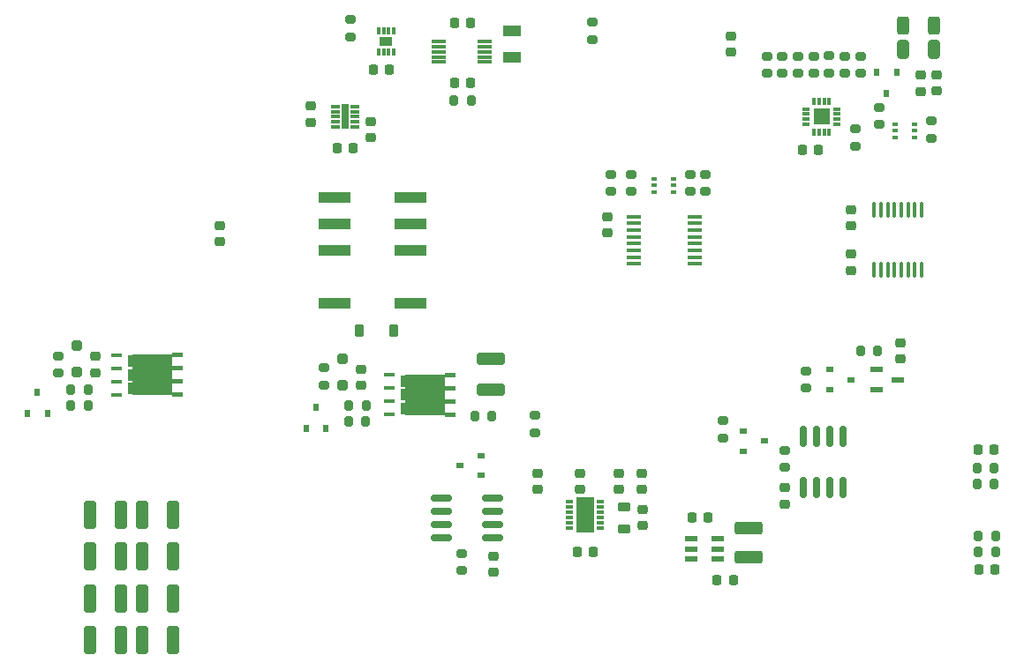
<source format=gbr>
%TF.GenerationSoftware,KiCad,Pcbnew,8.0.8*%
%TF.CreationDate,2025-02-06T17:20:13+00:00*%
%TF.ProjectId,mallow_adapt_v1.3,6d616c6c-6f77-45f6-9164-6170745f7631,rev?*%
%TF.SameCoordinates,Original*%
%TF.FileFunction,Paste,Bot*%
%TF.FilePolarity,Positive*%
%FSLAX46Y46*%
G04 Gerber Fmt 4.6, Leading zero omitted, Abs format (unit mm)*
G04 Created by KiCad (PCBNEW 8.0.8) date 2025-02-06 17:20:13*
%MOMM*%
%LPD*%
G01*
G04 APERTURE LIST*
G04 Aperture macros list*
%AMRoundRect*
0 Rectangle with rounded corners*
0 $1 Rounding radius*
0 $2 $3 $4 $5 $6 $7 $8 $9 X,Y pos of 4 corners*
0 Add a 4 corners polygon primitive as box body*
4,1,4,$2,$3,$4,$5,$6,$7,$8,$9,$2,$3,0*
0 Add four circle primitives for the rounded corners*
1,1,$1+$1,$2,$3*
1,1,$1+$1,$4,$5*
1,1,$1+$1,$6,$7*
1,1,$1+$1,$8,$9*
0 Add four rect primitives between the rounded corners*
20,1,$1+$1,$2,$3,$4,$5,0*
20,1,$1+$1,$4,$5,$6,$7,0*
20,1,$1+$1,$6,$7,$8,$9,0*
20,1,$1+$1,$8,$9,$2,$3,0*%
G04 Aperture macros list end*
%ADD10C,0.000000*%
%ADD11R,0.600000X0.420000*%
%ADD12O,0.600000X0.420000*%
%ADD13R,1.016000X0.406400*%
%ADD14R,3.821000X3.908998*%
%ADD15R,0.300000X0.800000*%
%ADD16R,0.800000X0.300000*%
%ADD17R,1.500000X1.500000*%
%ADD18R,1.250000X0.600000*%
%ADD19R,1.475000X0.450000*%
%ADD20RoundRect,0.250000X-0.325000X-1.100000X0.325000X-1.100000X0.325000X1.100000X-0.325000X1.100000X0*%
%ADD21RoundRect,0.250000X0.325000X1.100000X-0.325000X1.100000X-0.325000X-1.100000X0.325000X-1.100000X0*%
%ADD22RoundRect,0.200000X0.275000X-0.200000X0.275000X0.200000X-0.275000X0.200000X-0.275000X-0.200000X0*%
%ADD23RoundRect,0.150000X-0.150000X0.825000X-0.150000X-0.825000X0.150000X-0.825000X0.150000X0.825000X0*%
%ADD24RoundRect,0.225000X-0.250000X0.225000X-0.250000X-0.225000X0.250000X-0.225000X0.250000X0.225000X0*%
%ADD25RoundRect,0.200000X0.200000X0.275000X-0.200000X0.275000X-0.200000X-0.275000X0.200000X-0.275000X0*%
%ADD26RoundRect,0.200000X-0.200000X-0.275000X0.200000X-0.275000X0.200000X0.275000X-0.200000X0.275000X0*%
%ADD27RoundRect,0.225000X0.250000X-0.225000X0.250000X0.225000X-0.250000X0.225000X-0.250000X-0.225000X0*%
%ADD28R,0.300000X0.750000*%
%ADD29R,1.300000X0.900000*%
%ADD30RoundRect,0.200000X-0.275000X0.200000X-0.275000X-0.200000X0.275000X-0.200000X0.275000X0.200000X0*%
%ADD31R,0.600000X0.800000*%
%ADD32RoundRect,0.225000X0.225000X0.250000X-0.225000X0.250000X-0.225000X-0.250000X0.225000X-0.250000X0*%
%ADD33RoundRect,0.250000X0.325000X0.650000X-0.325000X0.650000X-0.325000X-0.650000X0.325000X-0.650000X0*%
%ADD34RoundRect,0.250000X1.100000X-0.325000X1.100000X0.325000X-1.100000X0.325000X-1.100000X-0.325000X0*%
%ADD35RoundRect,0.225000X-0.225000X-0.250000X0.225000X-0.250000X0.225000X0.250000X-0.225000X0.250000X0*%
%ADD36RoundRect,0.250000X-0.312500X-0.625000X0.312500X-0.625000X0.312500X0.625000X-0.312500X0.625000X0*%
%ADD37RoundRect,0.100000X-0.100000X0.637500X-0.100000X-0.637500X0.100000X-0.637500X0.100000X0.637500X0*%
%ADD38RoundRect,0.250000X1.075000X-0.375000X1.075000X0.375000X-1.075000X0.375000X-1.075000X-0.375000X0*%
%ADD39R,1.800000X1.000000*%
%ADD40RoundRect,0.250000X0.250000X-0.250000X0.250000X0.250000X-0.250000X0.250000X-0.250000X-0.250000X0*%
%ADD41R,1.800000X3.400000*%
%ADD42R,0.850000X0.300000*%
%ADD43R,0.690000X2.440000*%
%ADD44R,0.800000X0.600000*%
%ADD45R,3.160000X1.000000*%
%ADD46RoundRect,0.225000X-0.225000X-0.375000X0.225000X-0.375000X0.225000X0.375000X-0.225000X0.375000X0*%
%ADD47RoundRect,0.150000X-0.825000X-0.150000X0.825000X-0.150000X0.825000X0.150000X-0.825000X0.150000X0*%
%ADD48RoundRect,0.218750X0.381250X-0.218750X0.381250X0.218750X-0.381250X0.218750X-0.381250X-0.218750X0*%
%ADD49R,1.400000X0.300000*%
G04 APERTURE END LIST*
D10*
%TO.C,Q15*%
G36*
X36308777Y15981600D02*
G01*
X35230310Y15981600D01*
X35230310Y17085467D01*
X36308777Y17085467D01*
X36308777Y15981600D01*
G37*
G36*
X36308777Y17285466D02*
G01*
X35230310Y17285466D01*
X35230310Y18389334D01*
X36308777Y18389334D01*
X36308777Y17285466D01*
G37*
G36*
X36308777Y18589333D02*
G01*
X35230310Y18589333D01*
X35230310Y19693200D01*
X36308777Y19693200D01*
X36308777Y18589333D01*
G37*
G36*
X37587244Y15981600D02*
G01*
X36508776Y15981600D01*
X36508776Y17085467D01*
X37587244Y17085467D01*
X37587244Y15981600D01*
G37*
G36*
X37587244Y17285466D02*
G01*
X36508776Y17285466D01*
X36508776Y18389334D01*
X37587244Y18389334D01*
X37587244Y17285466D01*
G37*
G36*
X37587244Y18589333D02*
G01*
X36508776Y18589333D01*
X36508776Y19693200D01*
X37587244Y19693200D01*
X37587244Y18589333D01*
G37*
G36*
X38865710Y15981600D02*
G01*
X37787243Y15981600D01*
X37787243Y17085467D01*
X38865710Y17085467D01*
X38865710Y15981600D01*
G37*
G36*
X38865710Y17285466D02*
G01*
X37787243Y17285466D01*
X37787243Y18389334D01*
X38865710Y18389334D01*
X38865710Y17285466D01*
G37*
G36*
X38865710Y18589333D02*
G01*
X37787243Y18589333D01*
X37787243Y19693200D01*
X38865710Y19693200D01*
X38865710Y18589333D01*
G37*
G36*
X40477010Y19539200D02*
G01*
X39461010Y19539200D01*
X39461010Y18675600D01*
X40477010Y18675600D01*
X40477010Y18269200D01*
X39461010Y18269200D01*
X39461010Y17405600D01*
X40477010Y17405600D01*
X40477010Y16999200D01*
X39461010Y16999200D01*
X39461010Y16135600D01*
X40477010Y16135600D01*
X40477010Y15729200D01*
X39461010Y15729200D01*
X39461010Y15881600D01*
X35625610Y15881600D01*
X35625610Y19793200D01*
X39461010Y19793200D01*
X39461010Y19945600D01*
X40477010Y19945600D01*
X40477010Y19539200D01*
G37*
%TO.C,Q7*%
G36*
X10110777Y17883382D02*
G01*
X9032310Y17883382D01*
X9032310Y18987249D01*
X10110777Y18987249D01*
X10110777Y17883382D01*
G37*
G36*
X10110777Y19187248D02*
G01*
X9032310Y19187248D01*
X9032310Y20291116D01*
X10110777Y20291116D01*
X10110777Y19187248D01*
G37*
G36*
X10110777Y20491115D02*
G01*
X9032310Y20491115D01*
X9032310Y21594982D01*
X10110777Y21594982D01*
X10110777Y20491115D01*
G37*
G36*
X11389244Y17883382D02*
G01*
X10310776Y17883382D01*
X10310776Y18987249D01*
X11389244Y18987249D01*
X11389244Y17883382D01*
G37*
G36*
X11389244Y19187248D02*
G01*
X10310776Y19187248D01*
X10310776Y20291116D01*
X11389244Y20291116D01*
X11389244Y19187248D01*
G37*
G36*
X11389244Y20491115D02*
G01*
X10310776Y20491115D01*
X10310776Y21594982D01*
X11389244Y21594982D01*
X11389244Y20491115D01*
G37*
G36*
X12667710Y17883382D02*
G01*
X11589243Y17883382D01*
X11589243Y18987249D01*
X12667710Y18987249D01*
X12667710Y17883382D01*
G37*
G36*
X12667710Y19187248D02*
G01*
X11589243Y19187248D01*
X11589243Y20291116D01*
X12667710Y20291116D01*
X12667710Y19187248D01*
G37*
G36*
X12667710Y20491115D02*
G01*
X11589243Y20491115D01*
X11589243Y21594982D01*
X12667710Y21594982D01*
X12667710Y20491115D01*
G37*
G36*
X14279010Y21440982D02*
G01*
X13263010Y21440982D01*
X13263010Y20577382D01*
X14279010Y20577382D01*
X14279010Y20170982D01*
X13263010Y20170982D01*
X13263010Y19307382D01*
X14279010Y19307382D01*
X14279010Y18900982D01*
X13263010Y18900982D01*
X13263010Y18037382D01*
X14279010Y18037382D01*
X14279010Y17630982D01*
X13263010Y17630982D01*
X13263010Y17783382D01*
X9427610Y17783382D01*
X9427610Y21694982D01*
X13263010Y21694982D01*
X13263010Y21847382D01*
X14279010Y21847382D01*
X14279010Y21440982D01*
G37*
%TD*%
D11*
%TO.C,U14*%
X84500012Y43824998D03*
D12*
X84500012Y43174999D03*
X84500012Y42525000D03*
X82600010Y42525000D03*
X82600010Y43174999D03*
X82600010Y43824998D03*
%TD*%
D13*
%TO.C,Q15*%
X34127010Y15932400D03*
X34127010Y17202400D03*
X34127010Y18472400D03*
X34127010Y19742400D03*
X39969010Y19742400D03*
X39969010Y18472400D03*
X39969010Y17202400D03*
D14*
X37550510Y17838701D03*
D13*
X39969010Y15932400D03*
%TD*%
%TO.C,Q7*%
X7929010Y17834182D03*
X7929010Y19104182D03*
X7929010Y20374182D03*
X7929010Y21644182D03*
X13771010Y21644182D03*
X13771010Y20374182D03*
X13771010Y19104182D03*
D14*
X11352510Y19740483D03*
D13*
X13771010Y17834182D03*
%TD*%
D15*
%TO.C,IC5*%
X76300010Y43075000D03*
X75800010Y43075000D03*
X75300010Y43075000D03*
X74800010Y43075000D03*
D16*
X74100010Y43775000D03*
X74100010Y44275000D03*
X74100010Y44775000D03*
X74100010Y45275000D03*
D15*
X74800010Y45975000D03*
X75300010Y45975000D03*
X75800010Y45975000D03*
X76300010Y45975000D03*
D16*
X77000010Y45275000D03*
X77000010Y44775000D03*
X77000010Y44275000D03*
X77000010Y43775000D03*
D17*
X75550010Y44525000D03*
%TD*%
D18*
%TO.C,IC4*%
X63075010Y2075000D03*
X63075010Y3025000D03*
X63075010Y3975000D03*
X65575010Y3975000D03*
X65575010Y3025000D03*
X65575010Y2075000D03*
%TD*%
D19*
%TO.C,IC3*%
X63388011Y34950000D03*
X63388011Y34300000D03*
X63388011Y33650000D03*
X63388011Y33000000D03*
X63388011Y32350000D03*
X63388011Y31700000D03*
X63388011Y31050000D03*
X63388011Y30400000D03*
X57512011Y30400000D03*
X57512011Y31050000D03*
X57512011Y31700000D03*
X57512011Y32350000D03*
X57512011Y33000000D03*
X57512011Y33650000D03*
X57512011Y34300000D03*
X57512011Y34950000D03*
%TD*%
D20*
%TO.C,C41*%
X8337506Y-1725000D03*
X5387506Y-1725000D03*
%TD*%
%TO.C,C39*%
X8337506Y2275000D03*
X5387506Y2275000D03*
%TD*%
D21*
%TO.C,C36*%
X10387506Y2275000D03*
X13337506Y2275000D03*
%TD*%
D20*
%TO.C,C35*%
X8337506Y6275000D03*
X5387506Y6275000D03*
%TD*%
D21*
%TO.C,C33*%
X10387506Y-1725000D03*
X13337506Y-1725000D03*
%TD*%
%TO.C,C32*%
X13337506Y6275000D03*
X10387506Y6275000D03*
%TD*%
%TO.C,C31*%
X10387506Y-5725000D03*
X13337506Y-5725000D03*
%TD*%
D22*
%TO.C,R4*%
X76300010Y48725000D03*
X76300010Y50375000D03*
%TD*%
D20*
%TO.C,C43*%
X8337506Y-5725000D03*
X5387506Y-5725000D03*
%TD*%
D23*
%TO.C,U7*%
X73845010Y13850000D03*
X75115010Y13850000D03*
X76385010Y13850000D03*
X77655010Y13850000D03*
X77655010Y8900000D03*
X76385010Y8900000D03*
X75115010Y8900000D03*
X73845010Y8900000D03*
%TD*%
D24*
%TO.C,C24*%
X32350010Y44050000D03*
X32350010Y42500000D03*
%TD*%
D25*
%TO.C,R78*%
X80925010Y22025000D03*
X79275010Y22025000D03*
%TD*%
D26*
%TO.C,R17*%
X90450010Y10775000D03*
X92100010Y10775000D03*
%TD*%
D27*
%TO.C,C78*%
X52350010Y8750000D03*
X52350010Y10300000D03*
%TD*%
D28*
%TO.C,U11*%
X33050010Y52775000D03*
X33550010Y52775000D03*
X34050010Y52775000D03*
X34550010Y52775000D03*
X34550010Y50775000D03*
X34050010Y50775000D03*
X33550010Y50775000D03*
X33050010Y50775000D03*
D29*
X33800010Y51775000D03*
%TD*%
D30*
%TO.C,R75*%
X73300010Y50350000D03*
X73300010Y48700000D03*
%TD*%
D31*
%TO.C,Q13*%
X28000010Y14615000D03*
X26100010Y14615000D03*
X27050010Y16635000D03*
%TD*%
D22*
%TO.C,R56*%
X57262011Y37350000D03*
X57262011Y39000000D03*
%TD*%
D32*
%TO.C,C19*%
X92125010Y12525000D03*
X90575010Y12525000D03*
%TD*%
D33*
%TO.C,C51*%
X86350010Y51025000D03*
X83400010Y51025000D03*
%TD*%
D22*
%TO.C,R15*%
X55350010Y37350000D03*
X55350010Y39000000D03*
%TD*%
D34*
%TO.C,C12*%
X43850010Y18300000D03*
X43850010Y21250000D03*
%TD*%
D30*
%TO.C,R71*%
X70300010Y50350000D03*
X70300010Y48700000D03*
%TD*%
D35*
%TO.C,C3*%
X65550010Y25000D03*
X67100010Y25000D03*
%TD*%
D36*
%TO.C,R29*%
X83387510Y53275000D03*
X86312510Y53275000D03*
%TD*%
D37*
%TO.C,U17*%
X80600010Y35550000D03*
X81250010Y35550000D03*
X81900010Y35550000D03*
X82550010Y35550000D03*
X83200010Y35550000D03*
X83850010Y35550000D03*
X84500010Y35550000D03*
X85150010Y35550000D03*
X85150010Y29825000D03*
X84500010Y29825000D03*
X83850010Y29825000D03*
X83200010Y29825000D03*
X82550010Y29825000D03*
X81900010Y29825000D03*
X81250010Y29825000D03*
X80600010Y29825000D03*
%TD*%
D25*
%TO.C,R68*%
X43925010Y15775000D03*
X42275010Y15775000D03*
%TD*%
D35*
%TO.C,C64*%
X40325010Y47775000D03*
X41875010Y47775000D03*
%TD*%
D22*
%TO.C,R63*%
X74100010Y18450000D03*
X74100010Y20100000D03*
%TD*%
D18*
%TO.C,Q21*%
X80800010Y18320000D03*
X80800010Y20230000D03*
X82900010Y19275000D03*
%TD*%
D27*
%TO.C,C16*%
X17850010Y32500000D03*
X17850010Y34050000D03*
%TD*%
D38*
%TO.C,L2*%
X68600010Y2225000D03*
X68600010Y5025000D03*
%TD*%
D30*
%TO.C,R77*%
X77800010Y50350000D03*
X77800010Y48700000D03*
%TD*%
D27*
%TO.C,C73*%
X58350010Y8750000D03*
X58350010Y10300000D03*
%TD*%
D22*
%TO.C,R54*%
X62950011Y37350000D03*
X62950011Y39000000D03*
%TD*%
%TO.C,R2*%
X53600010Y51950000D03*
X53600010Y53600000D03*
%TD*%
D25*
%TO.C,R24*%
X5200010Y18295000D03*
X3550010Y18295000D03*
%TD*%
D30*
%TO.C,R48*%
X41075010Y2600000D03*
X41075010Y950000D03*
%TD*%
D22*
%TO.C,R72*%
X86100010Y42450000D03*
X86100010Y44100000D03*
%TD*%
D39*
%TO.C,Y1*%
X45850010Y50275000D03*
X45850010Y52775000D03*
%TD*%
D27*
%TO.C,C79*%
X78350010Y29775000D03*
X78350010Y31325000D03*
%TD*%
D35*
%TO.C,C18*%
X29075010Y41525000D03*
X30625010Y41525000D03*
%TD*%
D30*
%TO.C,R70*%
X79300010Y50350000D03*
X79300010Y48700000D03*
%TD*%
D32*
%TO.C,C15*%
X92210727Y1025000D03*
X90660727Y1025000D03*
%TD*%
D22*
%TO.C,R57*%
X78800010Y41700000D03*
X78800010Y43350000D03*
%TD*%
D40*
%TO.C,D6*%
X29600010Y18775000D03*
X29600010Y21275000D03*
%TD*%
D27*
%TO.C,C59*%
X31350010Y18750000D03*
X31350010Y20300000D03*
%TD*%
D16*
%TO.C,U16*%
X54375010Y7525000D03*
X54375010Y7025000D03*
X54375010Y6525000D03*
X54375010Y6025000D03*
X54375010Y5525000D03*
X54375010Y5025000D03*
X51375010Y5025000D03*
X51375010Y5525000D03*
X51375010Y6025000D03*
X51375010Y6525000D03*
X51375010Y7025000D03*
X51375010Y7525000D03*
D41*
X52875010Y6275000D03*
%TD*%
D42*
%TO.C,IC2*%
X28900010Y43525000D03*
X28900010Y44025000D03*
X28900010Y44525000D03*
X28900010Y45025000D03*
X28900010Y45525000D03*
X30800010Y45525000D03*
X30800010Y45025000D03*
X30800010Y44525000D03*
X30800010Y44025000D03*
X30800010Y43525000D03*
D43*
X29850010Y44525000D03*
%TD*%
D44*
%TO.C,Q12*%
X42870010Y11975000D03*
X42870010Y10075000D03*
X40850010Y11025000D03*
%TD*%
D32*
%TO.C,C76*%
X53650010Y2775000D03*
X52100010Y2775000D03*
%TD*%
D26*
%TO.C,R25*%
X3550010Y16795000D03*
X5200010Y16795000D03*
%TD*%
D25*
%TO.C,R51*%
X31875010Y16775000D03*
X30225010Y16775000D03*
%TD*%
D30*
%TO.C,R74*%
X71800010Y50350000D03*
X71800010Y48700000D03*
%TD*%
D27*
%TO.C,C74*%
X56100010Y8750000D03*
X56100010Y10300000D03*
%TD*%
D30*
%TO.C,R55*%
X72000010Y12500000D03*
X72000010Y10850000D03*
%TD*%
%TO.C,R50*%
X64450011Y39000000D03*
X64450011Y37350000D03*
%TD*%
D24*
%TO.C,C61*%
X72000010Y8900000D03*
X72000010Y7350000D03*
%TD*%
D11*
%TO.C,U6*%
X59500010Y37275001D03*
D12*
X59500010Y37925000D03*
X59500010Y38574999D03*
X61400012Y38574999D03*
X61400012Y37925000D03*
X61400012Y37275001D03*
%TD*%
D25*
%TO.C,R20*%
X92250010Y4275000D03*
X90600010Y4275000D03*
%TD*%
D44*
%TO.C,Q14*%
X68090947Y12430595D03*
X68090947Y14330595D03*
X70110947Y13380595D03*
%TD*%
D24*
%TO.C,C11*%
X55012011Y34950000D03*
X55012011Y33400000D03*
%TD*%
D45*
%TO.C,RL1*%
X28850010Y26595000D03*
X28850010Y31675000D03*
X28850010Y34215000D03*
X28850010Y36755000D03*
X36090010Y36755000D03*
X36090010Y34215000D03*
X36090010Y31675000D03*
X36090010Y26595000D03*
%TD*%
D25*
%TO.C,R62*%
X41931487Y46065751D03*
X40281487Y46065751D03*
%TD*%
D26*
%TO.C,R18*%
X90450010Y9275000D03*
X92100010Y9275000D03*
%TD*%
D30*
%TO.C,R76*%
X74800010Y50350000D03*
X74800010Y48700000D03*
%TD*%
D22*
%TO.C,R52*%
X27850010Y18775000D03*
X27850010Y20425000D03*
%TD*%
D46*
%TO.C,D7*%
X31200010Y24025000D03*
X34500010Y24025000D03*
%TD*%
D24*
%TO.C,C77*%
X78350010Y35575000D03*
X78350010Y34025000D03*
%TD*%
%TO.C,C56*%
X44075010Y2300000D03*
X44075010Y750000D03*
%TD*%
D25*
%TO.C,R49*%
X31850010Y15275000D03*
X30200010Y15275000D03*
%TD*%
D22*
%TO.C,R22*%
X2375010Y19909182D03*
X2375010Y21559182D03*
%TD*%
D25*
%TO.C,R19*%
X92250010Y2775000D03*
X90600010Y2775000D03*
%TD*%
D40*
%TO.C,D2*%
X4125010Y20045000D03*
X4125010Y22545000D03*
%TD*%
D32*
%TO.C,C65*%
X34100010Y49025000D03*
X32550010Y49025000D03*
%TD*%
%TO.C,C71*%
X75252481Y41330402D03*
X73702481Y41330402D03*
%TD*%
D27*
%TO.C,C22*%
X26600010Y44000000D03*
X26600010Y45550000D03*
%TD*%
%TO.C,C17*%
X5875010Y19959182D03*
X5875010Y21509182D03*
%TD*%
D32*
%TO.C,C4*%
X64650010Y6025000D03*
X63100010Y6025000D03*
%TD*%
D22*
%TO.C,R44*%
X48100010Y14200000D03*
X48100010Y15850000D03*
%TD*%
D47*
%TO.C,U4*%
X39083108Y4101343D03*
X39083108Y5371343D03*
X39083108Y6641343D03*
X39083108Y7911343D03*
X44033108Y7911343D03*
X44033108Y6641343D03*
X44033108Y5371343D03*
X44033108Y4101343D03*
%TD*%
D48*
%TO.C,L1*%
X56625010Y4962500D03*
X56625010Y7087500D03*
%TD*%
D24*
%TO.C,C20*%
X66850010Y50725000D03*
X66850010Y52275000D03*
%TD*%
D27*
%TO.C,C2*%
X85100010Y46950000D03*
X85100010Y48500000D03*
%TD*%
D35*
%TO.C,C67*%
X40325010Y53525000D03*
X41875010Y53525000D03*
%TD*%
D27*
%TO.C,C80*%
X48350010Y8750000D03*
X48350010Y10300000D03*
%TD*%
D31*
%TO.C,Q19*%
X80850010Y48785000D03*
X82750010Y48785000D03*
X81800010Y46765000D03*
%TD*%
D30*
%TO.C,R73*%
X81100010Y45425000D03*
X81100010Y43775000D03*
%TD*%
D49*
%TO.C,U10*%
X43250010Y51775000D03*
X43250010Y51275000D03*
X43250010Y50775000D03*
X43250010Y50275000D03*
X43250010Y49775000D03*
X38850010Y49775000D03*
X38850010Y50275000D03*
X38850010Y50775000D03*
X38850010Y51275000D03*
X38850010Y51775000D03*
%TD*%
D24*
%TO.C,C1*%
X86600010Y48550000D03*
X86600010Y47000000D03*
%TD*%
D22*
%TO.C,R53*%
X66100010Y13700000D03*
X66100010Y15350000D03*
%TD*%
D31*
%TO.C,Q8*%
X1300010Y16015000D03*
X-599990Y16015000D03*
X350010Y18035000D03*
%TD*%
D44*
%TO.C,Q20*%
X76330010Y18325000D03*
X76330010Y20225000D03*
X78350010Y19275000D03*
%TD*%
D27*
%TO.C,C26*%
X83100010Y21250000D03*
X83100010Y22800000D03*
%TD*%
D24*
%TO.C,C75*%
X58375010Y6825000D03*
X58375010Y5275000D03*
%TD*%
D22*
%TO.C,R1*%
X30350010Y52200000D03*
X30350010Y53850000D03*
%TD*%
M02*

</source>
